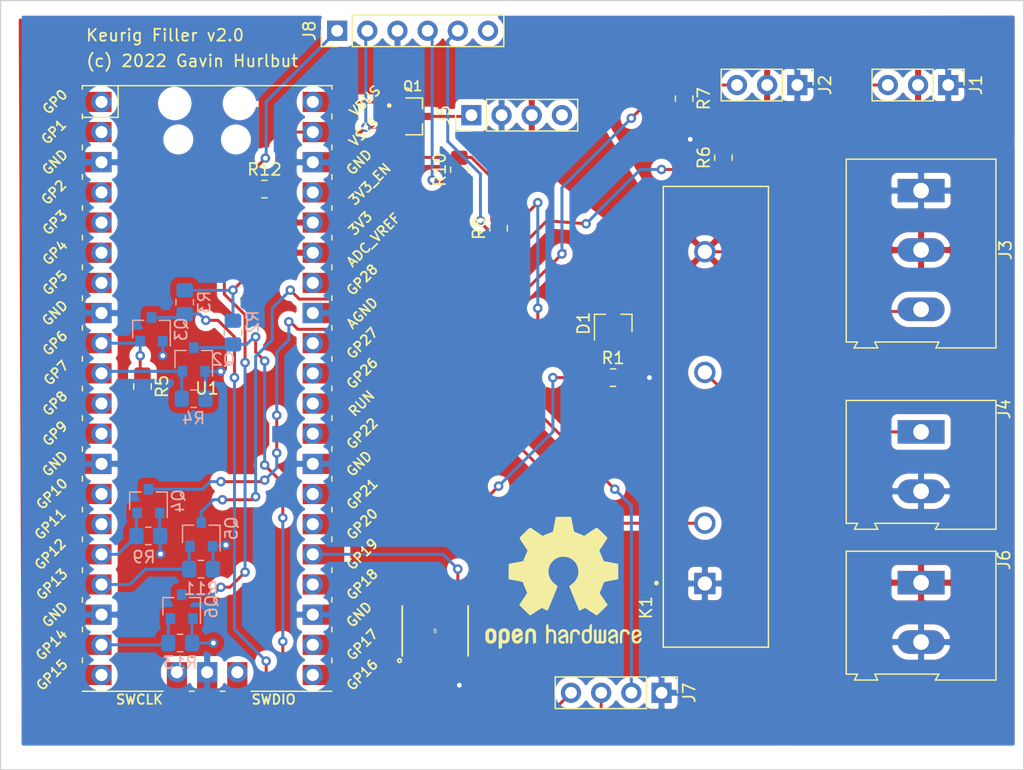
<source format=kicad_pcb>
(kicad_pcb (version 20171130) (host pcbnew "(5.1.9)-1")
  (layers (0 F.Cu signal) (31 B.Cu signal) (34 B.Paste user) (35 F.Paste user) (36 B.SilkS user) (37 F.SilkS user) (38 B.Mask user) (39 F.Mask user) (44 Edge.Cuts user))
  (net 0 "")
  (net 1 "Net-(D1-Pad1)")
  (net 2 FLOW_PULSE)
  (net 3 ADC1)
  (net 4 +3V3)
  (net 5 GND)
  (net 6 ADC0)
  (net 7 +12V)
  (net 8 "Net-(J5-Pad1)")
  (net 9 "Net-(J4-Pad1)")
  (net 10 PUMP_EN)
  (net 11 +5V)
  (net 12 VBUS)
  (net 13 "Net-(U1-Pad43)")
  (net 14 "Net-(U1-Pad41)")
  (net 15 MISO0)
  (net 16 SPI_CS0)
  (net 17 SCK0)
  (net 18 ~RESET)
  (net 19 "Net-(U1-Pad37)")
  (net 20 "Net-(U1-Pad20)")
  (net 21 "Net-(U1-Pad15)")
  (net 22 "Net-(U1-Pad14)")
  (net 23 "Net-(U1-Pad12)")
  (net 24 "Net-(U1-Pad11)")
  (net 25 SCL0)
  (net 26 SDA0)
  (net 27 "Net-(U1-Pad7)")
  (net 28 "Net-(U1-Pad6)")
  (net 29 "Net-(U1-Pad5)")
  (net 30 "Net-(U1-Pad4)")
  (net 31 UART_RX0)
  (net 32 UART_TX0)
  (net 33 SDA_5V)
  (net 34 SCL_5V)
  (net 35 MOSI0)
  (net 36 HC05_RX)
  (net 37 HC05_TX)
  (net 38 ~HC05_KEY)
  (net 39 ~UART_KEY)
  (net 40 "Net-(U1-Pad2)")
  (net 41 "Net-(U1-Pad1)")
  (net 42 "Net-(U1-Pad34)")
  (net 43 "Net-(U1-Pad27)")
  (module Symbol:OSHW-Logo2_14.6x12mm_SilkScreen (layer F.Cu) (at 69.469 70.866)
    (fp_text reference REF** hide)
    (fp_text value OSHW-Logo2_14.6x12mm_SilkScreen hide)
  )
  (module Resistor_SMD:R_0805_2012Metric_Pad1.20x1.40mm_HandSolder (layer B.Cu) (at 37.211 75.946)
    (fp_text reference R13 (at 0 1.65) (layer B.SilkS) (effects (justify mirror)))
    (fp_text value 4k7)
    (pad 2 smd roundrect (at 1 0) (size 1.2 1.4) (layers B.Cu B.Paste B.Mask) (roundrect_rratio 0.208333) (net 4 +3V3))
    (pad 1 smd roundrect (at -1 0) (size 1.2 1.4) (layers B.Cu B.Paste B.Mask) (roundrect_rratio 0.208333) (net 39 ~UART_KEY))
  )
  (module Resistor_SMD:R_0805_2012Metric_Pad1.20x1.40mm_HandSolder (layer F.Cu) (at 44.307 37.719)
    (fp_text reference R12 (at 0 -1.65) (layer F.SilkS))
    (fp_text value 4k7)
    (pad 2 smd roundrect (at 1 0) (size 1.2 1.4) (layers F.Cu F.Paste F.Mask) (roundrect_rratio 0.208333) (net 11 +5V))
    (pad 1 smd roundrect (at -1 0) (size 1.2 1.4) (layers F.Cu F.Paste F.Mask) (roundrect_rratio 0.208333) (net 38 ~HC05_KEY))
  )
  (module Resistor_SMD:R_0805_2012Metric_Pad1.20x1.40mm_HandSolder (layer B.Cu) (at 38.973 69.723)
    (fp_text reference R11 (at 0 1.65) (layer B.SilkS) (effects (justify mirror)))
    (fp_text value 4k7)
    (pad 2 smd roundrect (at 1 0) (size 1.2 1.4) (layers B.Cu B.Paste B.Mask) (roundrect_rratio 0.208333) (net 4 +3V3))
    (pad 1 smd roundrect (at -1 0) (size 1.2 1.4) (layers B.Cu B.Paste B.Mask) (roundrect_rratio 0.208333) (net 31 UART_RX0))
  )
  (module Resistor_SMD:R_0805_2012Metric_Pad1.20x1.40mm_HandSolder (layer F.Cu) (at 60.706 36.084 90)
    (fp_text reference R10 (at 0 -1.65 90) (layer F.SilkS))
    (fp_text value 4k7)
    (pad 2 smd roundrect (at 1 0 90) (size 1.2 1.4) (layers F.Cu F.Paste F.Mask) (roundrect_rratio 0.208333) (net 11 +5V))
    (pad 1 smd roundrect (at -1 0 90) (size 1.2 1.4) (layers F.Cu F.Paste F.Mask) (roundrect_rratio 0.208333) (net 37 HC05_TX))
  )
  (module Resistor_SMD:R_0805_2012Metric_Pad1.20x1.40mm_HandSolder (layer B.Cu) (at 34.528 66.929)
    (fp_text reference R9 (at -0.365 1.778) (layer B.SilkS) (effects (justify mirror)))
    (fp_text value 4k7)
    (pad 2 smd roundrect (at 1 0) (size 1.2 1.4) (layers B.Cu B.Paste B.Mask) (roundrect_rratio 0.208333) (net 4 +3V3))
    (pad 1 smd roundrect (at -1 0) (size 1.2 1.4) (layers B.Cu B.Paste B.Mask) (roundrect_rratio 0.208333) (net 32 UART_TX0))
  )
  (module Resistor_SMD:R_0805_2012Metric_Pad1.20x1.40mm_HandSolder (layer F.Cu) (at 64.008 41.021 90)
    (fp_text reference R8 (at 0 -1.65 90) (layer F.SilkS))
    (fp_text value 4k7)
    (pad 2 smd roundrect (at 1 0 90) (size 1.2 1.4) (layers F.Cu F.Paste F.Mask) (roundrect_rratio 0.208333) (net 11 +5V))
    (pad 1 smd roundrect (at -1 0 90) (size 1.2 1.4) (layers F.Cu F.Paste F.Mask) (roundrect_rratio 0.208333) (net 36 HC05_RX))
  )
  (module Package_TO_SOT_SMD:SOT-23 (layer B.Cu) (at 37.338 72.882 90)
    (fp_text reference Q6 (at 0 2.5 90) (layer B.SilkS) (effects (justify mirror)))
    (fp_text value 2N7002)
    (pad 3 smd rect (at 1 0 90) (size 0.9 0.8) (layers B.Cu B.Paste B.Mask) (net 38 ~HC05_KEY))
    (pad 2 smd rect (at -1 -0.95 90) (size 0.9 0.8) (layers B.Cu B.Paste B.Mask) (net 39 ~UART_KEY))
    (pad 1 smd rect (at -1 0.95 90) (size 0.9 0.8) (layers B.Cu B.Paste B.Mask) (net 4 +3V3))
  )
  (module Package_TO_SOT_SMD:SOT-23 (layer B.Cu) (at 38.989 66.786 90)
    (fp_text reference Q5 (at 0.492 2.54 90) (layer B.SilkS) (effects (justify mirror)))
    (fp_text value 2N7002)
    (pad 3 smd rect (at 1 0 90) (size 0.9 0.8) (layers B.Cu B.Paste B.Mask) (net 37 HC05_TX))
    (pad 2 smd rect (at -1 -0.95 90) (size 0.9 0.8) (layers B.Cu B.Paste B.Mask) (net 31 UART_RX0))
    (pad 1 smd rect (at -1 0.95 90) (size 0.9 0.8) (layers B.Cu B.Paste B.Mask) (net 4 +3V3))
  )
  (module Package_TO_SOT_SMD:SOT-23 (layer B.Cu) (at 34.544 63.992 90)
    (fp_text reference Q4 (at 0 2.5 90) (layer B.SilkS) (effects (justify mirror)))
    (fp_text value 2N7002)
    (pad 3 smd rect (at 1 0 90) (size 0.9 0.8) (layers B.Cu B.Paste B.Mask) (net 36 HC05_RX))
    (pad 2 smd rect (at -1 -0.95 90) (size 0.9 0.8) (layers B.Cu B.Paste B.Mask) (net 32 UART_TX0))
    (pad 1 smd rect (at -1 0.95 90) (size 0.9 0.8) (layers B.Cu B.Paste B.Mask) (net 4 +3V3))
  )
  (module Connector_PinHeader_2.54mm:PinHeader_1x06_P2.54mm_Vertical (layer F.Cu) (at 50.419 24.384 90)
    (fp_text reference J8 (at 0 -2.33 90) (layer F.SilkS))
    (fp_text value "To HC-05 Module")
    (pad 6 thru_hole oval (at 0 12.7 90) (size 1.7 1.7) (drill 1) (layers *.Cu *.Mask))
    (pad 5 thru_hole oval (at 0 10.16 90) (size 1.7 1.7) (drill 1) (layers *.Cu *.Mask) (net 36 HC05_RX))
    (pad 4 thru_hole oval (at 0 7.62 90) (size 1.7 1.7) (drill 1) (layers *.Cu *.Mask) (net 37 HC05_TX))
    (pad 3 thru_hole oval (at 0 5.08 90) (size 1.7 1.7) (drill 1) (layers *.Cu *.Mask) (net 5 GND))
    (pad 2 thru_hole oval (at 0 2.54 90) (size 1.7 1.7) (drill 1) (layers *.Cu *.Mask) (net 11 +5V))
    (pad 1 thru_hole rect (at 0 0 90) (size 1.7 1.7) (drill 1) (layers *.Cu *.Mask) (net 38 ~HC05_KEY))
  )
  (module "SnapEDA Library:SOIC127P600X155-8_R159_68_374R15" (layer F.Cu) (at 58.674 74.93 90)
    (fp_text reference U2 (at 0 0 90) (layer F.SilkS) (effects (font (size 0.2 0.2))))
    (fp_text value MB85RS64V)
    (pad 8 smd roundrect (at 2.665 -1.905 90) (size 1.59 0.68) (layers F.Cu F.Paste) (roundrect_rratio 0.17) (net 4 +3V3))
    (pad 7 smd roundrect (at 2.665 -0.635 90) (size 1.59 0.68) (layers F.Cu F.Paste) (roundrect_rratio 0.17) (net 4 +3V3))
    (pad 6 smd roundrect (at 2.665 0.635 90) (size 1.59 0.68) (layers F.Cu F.Paste) (roundrect_rratio 0.17) (net 17 SCK0))
    (pad 5 smd roundrect (at 2.665 1.905 90) (size 1.59 0.68) (layers F.Cu F.Paste) (roundrect_rratio 0.17) (net 35 MOSI0))
    (pad 4 smd roundrect (at -2.665 1.905 90) (size 1.59 0.68) (layers F.Cu F.Paste) (roundrect_rratio 0.17) (net 5 GND))
    (pad 3 smd roundrect (at -2.665 0.635 90) (size 1.59 0.68) (layers F.Cu F.Paste) (roundrect_rratio 0.17) (net 4 +3V3))
    (pad 2 smd roundrect (at -2.665 -0.635 90) (size 1.59 0.68) (layers F.Cu F.Paste) (roundrect_rratio 0.17) (net 15 MISO0))
    (pad 1 smd roundrect (at -2.665 -1.905 90) (size 1.59 0.68) (layers F.Cu F.Paste) (roundrect_rratio 0.17) (net 16 SPI_CS0))
  )
  (module Resistor_SMD:R_0805_2012Metric_Pad1.20x1.40mm_HandSolder (layer F.Cu) (at 79.629 30.099 270)
    (fp_text reference R7 (at 0 -1.65 90) (layer F.SilkS))
    (fp_text value 1k)
    (pad 2 smd roundrect (at 1 0 270) (size 1.2 1.4) (layers F.Cu F.Paste F.Mask) (roundrect_rratio 0.208333) (net 5 GND))
    (pad 1 smd roundrect (at -1 0 270) (size 1.2 1.4) (layers F.Cu F.Paste F.Mask) (roundrect_rratio 0.208333) (net 6 ADC0))
  )
  (module Resistor_SMD:R_0805_2012Metric_Pad1.20x1.40mm_HandSolder (layer F.Cu) (at 82.931 35.068 90)
    (fp_text reference R6 (at 0 -1.65 90) (layer F.SilkS))
    (fp_text value 1k)
    (pad 2 smd roundrect (at 1 0 90) (size 1.2 1.4) (layers F.Cu F.Paste F.Mask) (roundrect_rratio 0.208333) (net 5 GND))
    (pad 1 smd roundrect (at -1 0 90) (size 1.2 1.4) (layers F.Cu F.Paste F.Mask) (roundrect_rratio 0.208333) (net 3 ADC1))
  )
  (module Resistor_SMD:R_0805_2012Metric_Pad1.20x1.40mm_HandSolder (layer F.Cu) (at 34.036 54.34 270)
    (fp_text reference R5 (at 0 -1.65 90) (layer F.SilkS))
    (fp_text value 4k7)
    (pad 2 smd roundrect (at 1 0 270) (size 1.2 1.4) (layers F.Cu F.Paste F.Mask) (roundrect_rratio 0.208333) (net 4 +3V3))
    (pad 1 smd roundrect (at -1 0 270) (size 1.2 1.4) (layers F.Cu F.Paste F.Mask) (roundrect_rratio 0.208333) (net 26 SDA0))
  )
  (module Resistor_SMD:R_0805_2012Metric_Pad1.20x1.40mm_HandSolder (layer B.Cu) (at 38.338 55.372)
    (fp_text reference R4 (at 0 1.65) (layer B.SilkS) (effects (justify mirror)))
    (fp_text value 4k7)
    (pad 2 smd roundrect (at 1 0) (size 1.2 1.4) (layers B.Cu B.Paste B.Mask) (roundrect_rratio 0.208333) (net 4 +3V3))
    (pad 1 smd roundrect (at -1 0) (size 1.2 1.4) (layers B.Cu B.Paste B.Mask) (roundrect_rratio 0.208333) (net 25 SCL0))
  )
  (module Resistor_SMD:R_0805_2012Metric_Pad1.20x1.40mm_HandSolder (layer B.Cu) (at 37.592 47.244 90)
    (fp_text reference R3 (at 0 1.65 90) (layer B.SilkS) (effects (justify mirror)))
    (fp_text value 4k7)
    (pad 2 smd roundrect (at 1 0 90) (size 1.2 1.4) (layers B.Cu B.Paste B.Mask) (roundrect_rratio 0.208333) (net 11 +5V))
    (pad 1 smd roundrect (at -1 0 90) (size 1.2 1.4) (layers B.Cu B.Paste B.Mask) (roundrect_rratio 0.208333) (net 33 SDA_5V))
  )
  (module Resistor_SMD:R_0805_2012Metric_Pad1.20x1.40mm_HandSolder (layer B.Cu) (at 41.656 49.8 90)
    (fp_text reference R2 (at 0.905 1.65 90) (layer B.SilkS) (effects (justify mirror)))
    (fp_text value 4k7)
    (pad 2 smd roundrect (at 1 0 90) (size 1.2 1.4) (layers B.Cu B.Paste B.Mask) (roundrect_rratio 0.208333) (net 11 +5V))
    (pad 1 smd roundrect (at -1 0 90) (size 1.2 1.4) (layers B.Cu B.Paste B.Mask) (roundrect_rratio 0.208333) (net 34 SCL_5V))
  )
  (module Package_TO_SOT_SMD:SOT-23 (layer B.Cu) (at 34.798 49.53 90)
    (fp_text reference Q3 (at 0 2.5 90) (layer B.SilkS) (effects (justify mirror)))
    (fp_text value 2N7002)
    (pad 3 smd rect (at 1 0 90) (size 0.9 0.8) (layers B.Cu B.Paste B.Mask) (net 33 SDA_5V))
    (pad 2 smd rect (at -1 -0.95 90) (size 0.9 0.8) (layers B.Cu B.Paste B.Mask) (net 26 SDA0))
    (pad 1 smd rect (at -1 0.95 90) (size 0.9 0.8) (layers B.Cu B.Paste B.Mask) (net 4 +3V3))
  )
  (module Package_TO_SOT_SMD:SOT-23 (layer B.Cu) (at 38.354 52.07 90)
    (fp_text reference Q2 (at 0 2.5 180) (layer B.SilkS) (effects (justify mirror)))
    (fp_text value 2N7002)
    (pad 3 smd rect (at 1 0 90) (size 0.9 0.8) (layers B.Cu B.Paste B.Mask) (net 34 SCL_5V))
    (pad 2 smd rect (at -1 -0.95 90) (size 0.9 0.8) (layers B.Cu B.Paste B.Mask) (net 25 SCL0))
    (pad 1 smd rect (at -1 0.95 90) (size 0.9 0.8) (layers B.Cu B.Paste B.Mask) (net 4 +3V3))
  )
  (module Connector_PinHeader_2.54mm:PinHeader_1x04_P2.54mm_Vertical (layer F.Cu) (at 77.724 80.137 270)
    (fp_text reference J7 (at 0 -2.33 90) (layer F.SilkS))
    (fp_text value "To LCD Module")
    (pad 4 thru_hole oval (at 0 7.62 270) (size 1.7 1.7) (drill 1) (layers *.Cu *.Mask) (net 34 SCL_5V))
    (pad 3 thru_hole oval (at 0 5.08 270) (size 1.7 1.7) (drill 1) (layers *.Cu *.Mask) (net 33 SDA_5V))
    (pad 2 thru_hole oval (at 0 2.54 270) (size 1.7 1.7) (drill 1) (layers *.Cu *.Mask) (net 11 +5V))
    (pad 1 thru_hole rect (at 0 0 270) (size 1.7 1.7) (drill 1) (layers *.Cu *.Mask) (net 5 GND))
  )
  (module github-RP-Pico:RPi_Pico_SMD_TH (layer F.Cu) (at 39.48 54.508001)
    (fp_text reference U1 (at 0 0) (layer F.SilkS))
    (fp_text value Pico)
    (fp_text user SWDIO (at 5.6 26.2) (layer F.SilkS) (effects (font (size 0.8 0.8))))
    (fp_text user SWCLK (at -5.7 26.2) (layer F.SilkS) (effects (font (size 0.8 0.8))))
    (fp_text user AGND (at 13.054 -6.35 45) (layer F.SilkS) (effects (font (size 0.8 0.8))))
    (fp_text user GND (at 12.8 -19.05 45) (layer F.SilkS) (effects (font (size 0.8 0.8))))
    (fp_text user GND (at 12.8 6.35 45) (layer F.SilkS) (effects (font (size 0.8 0.8))))
    (fp_text user GND (at 12.8 19.05 45) (layer F.SilkS) (effects (font (size 0.8 0.8))))
    (fp_text user GND (at -12.8 19.05 45) (layer F.SilkS) (effects (font (size 0.8 0.8))))
    (fp_text user GND (at -12.8 6.35 45) (layer F.SilkS) (effects (font (size 0.8 0.8))))
    (fp_text user GND (at -12.8 -6.35 45) (layer F.SilkS) (effects (font (size 0.8 0.8))))
    (fp_text user GND (at -12.8 -19.05 45) (layer F.SilkS) (effects (font (size 0.8 0.8))))
    (fp_text user VBUS (at 13.3 -24.2 45) (layer F.SilkS) (effects (font (size 0.8 0.8))))
    (fp_text user VSYS (at 13.2 -21.59 45) (layer F.SilkS) (effects (font (size 0.8 0.8))))
    (fp_text user 3V3_EN (at 13.7 -17.2 45) (layer F.SilkS) (effects (font (size 0.8 0.8))))
    (fp_text user 3V3 (at 12.9 -13.9 45) (layer F.SilkS) (effects (font (size 0.8 0.8))))
    (fp_text user ADC_VREF (at 14 -12.5 45) (layer F.SilkS) (effects (font (size 0.8 0.8))))
    (fp_text user GP28 (at 13.054 -9.144 45) (layer F.SilkS) (effects (font (size 0.8 0.8))))
    (fp_text user GP27 (at 13.054 -3.8 45) (layer F.SilkS) (effects (font (size 0.8 0.8))))
    (fp_text user GP26 (at 13.054 -1.27 45) (layer F.SilkS) (effects (font (size 0.8 0.8))))
    (fp_text user RUN (at 13 1.27 45) (layer F.SilkS) (effects (font (size 0.8 0.8))))
    (fp_text user GP22 (at 13.054 3.81 45) (layer F.SilkS) (effects (font (size 0.8 0.8))))
    (fp_text user GP21 (at 13.054 8.9 45) (layer F.SilkS) (effects (font (size 0.8 0.8))))
    (fp_text user GP20 (at 13.054 11.43 45) (layer F.SilkS) (effects (font (size 0.8 0.8))))
    (fp_text user GP19 (at 13.054 13.97 45) (layer F.SilkS) (effects (font (size 0.8 0.8))))
    (fp_text user GP18 (at 13.054 16.51 45) (layer F.SilkS) (effects (font (size 0.8 0.8))))
    (fp_text user GP17 (at 13.054 21.59 45) (layer F.SilkS) (effects (font (size 0.8 0.8))))
    (fp_text user GP16 (at 13.054 24.13 45) (layer F.SilkS) (effects (font (size 0.8 0.8))))
    (fp_text user GP15 (at -13.054 24.13 45) (layer F.SilkS) (effects (font (size 0.8 0.8))))
    (fp_text user GP14 (at -13.1 21.59 45) (layer F.SilkS) (effects (font (size 0.8 0.8))))
    (fp_text user GP13 (at -13.054 16.51 45) (layer F.SilkS) (effects (font (size 0.8 0.8))))
    (fp_text user GP12 (at -13.2 13.97 45) (layer F.SilkS) (effects (font (size 0.8 0.8))))
    (fp_text user GP11 (at -13.2 11.43 45) (layer F.SilkS) (effects (font (size 0.8 0.8))))
    (fp_text user GP10 (at -13.054 8.89 45) (layer F.SilkS) (effects (font (size 0.8 0.8))))
    (fp_text user GP9 (at -12.8 3.81 45) (layer F.SilkS) (effects (font (size 0.8 0.8))))
    (fp_text user GP8 (at -12.8 1.27 45) (layer F.SilkS) (effects (font (size 0.8 0.8))))
    (fp_text user GP7 (at -12.7 -1.3 45) (layer F.SilkS) (effects (font (size 0.8 0.8))))
    (fp_text user GP6 (at -12.8 -3.81 45) (layer F.SilkS) (effects (font (size 0.8 0.8))))
    (fp_text user GP5 (at -12.8 -8.89 45) (layer F.SilkS) (effects (font (size 0.8 0.8))))
    (fp_text user GP4 (at -12.8 -11.43 45) (layer F.SilkS) (effects (font (size 0.8 0.8))))
    (fp_text user GP3 (at -12.8 -13.97 45) (layer F.SilkS) (effects (font (size 0.8 0.8))))
    (fp_text user GP0 (at -12.8 -24.13 45) (layer F.SilkS) (effects (font (size 0.8 0.8))))
    (fp_text user GP2 (at -12.9 -16.51 45) (layer F.SilkS) (effects (font (size 0.8 0.8))))
    (fp_text user GP1 (at -12.9 -21.6 45) (layer F.SilkS) (effects (font (size 0.8 0.8))))
    (pad 43 thru_hole oval (at 2.54 23.9) (size 1.7 1.7) (drill 1.02) (layers *.Cu *.Mask) (net 13 "Net-(U1-Pad43)"))
    (pad 43 smd rect (at 2.54 23.9 90) (size 3.5 1.7) (drill (offset -0.9 0)) (layers F.Cu F.Mask) (net 13 "Net-(U1-Pad43)"))
    (pad 42 thru_hole rect (at 0 23.9) (size 1.7 1.7) (drill 1.02) (layers *.Cu *.Mask) (net 5 GND))
    (pad 42 smd rect (at 0 23.9 90) (size 3.5 1.7) (drill (offset -0.9 0)) (layers F.Cu F.Mask) (net 5 GND))
    (pad 41 thru_hole oval (at -2.54 23.9) (size 1.7 1.7) (drill 1.02) (layers *.Cu *.Mask) (net 14 "Net-(U1-Pad41)"))
    (pad 41 smd rect (at -2.54 23.9 90) (size 3.5 1.7) (drill (offset -0.9 0)) (layers F.Cu F.Mask) (net 14 "Net-(U1-Pad41)"))
    (pad "" np_thru_hole oval (at 2.425 -20.97) (size 1.5 1.5) (drill 1.5) (layers *.Cu *.Mask))
    (pad "" np_thru_hole oval (at -2.425 -20.97) (size 1.5 1.5) (drill 1.5) (layers *.Cu *.Mask))
    (pad "" np_thru_hole oval (at 2.725 -24) (size 1.8 1.8) (drill 1.8) (layers *.Cu *.Mask))
    (pad "" np_thru_hole oval (at -2.725 -24) (size 1.8 1.8) (drill 1.8) (layers *.Cu *.Mask))
    (pad 21 smd rect (at 8.89 24.13) (size 3.5 1.7) (drill (offset 0.9 0)) (layers F.Cu F.Mask) (net 15 MISO0))
    (pad 22 smd rect (at 8.89 21.59) (size 3.5 1.7) (drill (offset 0.9 0)) (layers F.Cu F.Mask) (net 16 SPI_CS0))
    (pad 23 smd rect (at 8.89 19.05) (size 3.5 1.7) (drill (offset 0.9 0)) (layers F.Cu F.Mask) (net 5 GND))
    (pad 24 smd rect (at 8.89 16.51) (size 3.5 1.7) (drill (offset 0.9 0)) (layers F.Cu F.Mask) (net 17 SCK0))
    (pad 25 smd rect (at 8.89 13.97) (size 3.5 1.7) (drill (offset 0.9 0)) (layers F.Cu F.Mask) (net 35 MOSI0))
    (pad 26 smd rect (at 8.89 11.43) (size 3.5 1.7) (drill (offset 0.9 0)) (layers F.Cu F.Mask) (net 2 FLOW_PULSE))
    (pad 27 smd rect (at 8.89 8.89) (size 3.5 1.7) (drill (offset 0.9 0)) (layers F.Cu F.Mask) (net 43 "Net-(U1-Pad27)"))
    (pad 28 smd rect (at 8.89 6.35) (size 3.5 1.7) (drill (offset 0.9 0)) (layers F.Cu F.Mask) (net 5 GND))
    (pad 29 smd rect (at 8.89 3.81) (size 3.5 1.7) (drill (offset 0.9 0)) (layers F.Cu F.Mask) (net 10 PUMP_EN))
    (pad 30 smd rect (at 8.89 1.27) (size 3.5 1.7) (drill (offset 0.9 0)) (layers F.Cu F.Mask) (net 18 ~RESET))
    (pad 31 smd rect (at 8.89 -1.27) (size 3.5 1.7) (drill (offset 0.9 0)) (layers F.Cu F.Mask) (net 6 ADC0))
    (pad 32 smd rect (at 8.89 -3.81) (size 3.5 1.7) (drill (offset 0.9 0)) (layers F.Cu F.Mask) (net 3 ADC1))
    (pad 33 smd rect (at 8.89 -6.35) (size 3.5 1.7) (drill (offset 0.9 0)) (layers F.Cu F.Mask) (net 5 GND))
    (pad 34 smd rect (at 8.89 -8.89) (size 3.5 1.7) (drill (offset 0.9 0)) (layers F.Cu F.Mask) (net 42 "Net-(U1-Pad34)"))
    (pad 35 smd rect (at 8.89 -11.43) (size 3.5 1.7) (drill (offset 0.9 0)) (layers F.Cu F.Mask) (net 4 +3V3))
    (pad 36 smd rect (at 8.89 -13.97) (size 3.5 1.7) (drill (offset 0.9 0)) (layers F.Cu F.Mask) (net 4 +3V3))
    (pad 37 smd rect (at 8.89 -16.51) (size 3.5 1.7) (drill (offset 0.9 0)) (layers F.Cu F.Mask) (net 19 "Net-(U1-Pad37)"))
    (pad 38 smd rect (at 8.89 -19.05) (size 3.5 1.7) (drill (offset 0.9 0)) (layers F.Cu F.Mask) (net 5 GND))
    (pad 39 smd rect (at 8.89 -21.59) (size 3.5 1.7) (drill (offset 0.9 0)) (layers F.Cu F.Mask) (net 11 +5V))
    (pad 40 smd rect (at 8.89 -24.13) (size 3.5 1.7) (drill (offset 0.9 0)) (layers F.Cu F.Mask) (net 12 VBUS))
    (pad 20 smd rect (at -8.89 24.13) (size 3.5 1.7) (drill (offset -0.9 0)) (layers F.Cu F.Mask) (net 20 "Net-(U1-Pad20)"))
    (pad 19 smd rect (at -8.89 21.59) (size 3.5 1.7) (drill (offset -0.9 0)) (layers F.Cu F.Mask) (net 39 ~UART_KEY))
    (pad 18 smd rect (at -8.89 19.05) (size 3.5 1.7) (drill (offset -0.9 0)) (layers F.Cu F.Mask) (net 5 GND))
    (pad 17 smd rect (at -8.89 16.51) (size 3.5 1.7) (drill (offset -0.9 0)) (layers F.Cu F.Mask) (net 31 UART_RX0))
    (pad 16 smd rect (at -8.89 13.97) (size 3.5 1.7) (drill (offset -0.9 0)) (layers F.Cu F.Mask) (net 32 UART_TX0))
    (pad 15 smd rect (at -8.89 11.43) (size 3.5 1.7) (drill (offset -0.9 0)) (layers F.Cu F.Mask) (net 21 "Net-(U1-Pad15)"))
    (pad 14 smd rect (at -8.89 8.89) (size 3.5 1.7) (drill (offset -0.9 0)) (layers F.Cu F.Mask) (net 22 "Net-(U1-Pad14)"))
    (pad 13 smd rect (at -8.89 6.35) (size 3.5 1.7) (drill (offset -0.9 0)) (layers F.Cu F.Mask) (net 5 GND))
    (pad 12 smd rect (at -8.89 3.81) (size 3.5 1.7) (drill (offset -0.9 0)) (layers F.Cu F.Mask) (net 23 "Net-(U1-Pad12)"))
    (pad 11 smd rect (at -8.89 1.27) (size 3.5 1.7) (drill (offset -0.9 0)) (layers F.Cu F.Mask) (net 24 "Net-(U1-Pad11)"))
    (pad 10 smd rect (at -8.89 -1.27) (size 3.5 1.7) (drill (offset -0.9 0)) (layers F.Cu F.Mask) (net 25 SCL0))
    (pad 9 smd rect (at -8.89 -3.81) (size 3.5 1.7) (drill (offset -0.9 0)) (layers F.Cu F.Mask) (net 26 SDA0))
    (pad 8 smd rect (at -8.89 -6.35) (size 3.5 1.7) (drill (offset -0.9 0)) (layers F.Cu F.Mask) (net 5 GND))
    (pad 7 smd rect (at -8.89 -8.89) (size 3.5 1.7) (drill (offset -0.9 0)) (layers F.Cu F.Mask) (net 27 "Net-(U1-Pad7)"))
    (pad 6 smd rect (at -8.89 -11.43) (size 3.5 1.7) (drill (offset -0.9 0)) (layers F.Cu F.Mask) (net 28 "Net-(U1-Pad6)"))
    (pad 5 smd rect (at -8.89 -13.97) (size 3.5 1.7) (drill (offset -0.9 0)) (layers F.Cu F.Mask) (net 29 "Net-(U1-Pad5)"))
    (pad 4 smd rect (at -8.89 -16.51) (size 3.5 1.7) (drill (offset -0.9 0)) (layers F.Cu F.Mask) (net 30 "Net-(U1-Pad4)"))
    (pad 3 smd rect (at -8.89 -19.05) (size 3.5 1.7) (drill (offset -0.9 0)) (layers F.Cu F.Mask) (net 5 GND))
    (pad 2 smd rect (at -8.89 -21.59) (size 3.5 1.7) (drill (offset -0.9 0)) (layers F.Cu F.Mask) (net 40 "Net-(U1-Pad2)"))
    (pad 1 smd rect (at -8.89 -24.13) (size 3.5 1.7) (drill (offset -0.9 0)) (layers F.Cu F.Mask) (net 41 "Net-(U1-Pad1)"))
    (pad 40 thru_hole oval (at 8.89 -24.13) (size 1.7 1.7) (drill 1.02) (layers *.Cu *.Mask) (net 12 VBUS))
    (pad 39 thru_hole oval (at 8.89 -21.59) (size 1.7 1.7) (drill 1.02) (layers *.Cu *.Mask) (net 11 +5V))
    (pad 38 thru_hole rect (at 8.89 -19.05) (size 1.7 1.7) (drill 1.02) (layers *.Cu *.Mask) (net 5 GND))
    (pad 37 thru_hole oval (at 8.89 -16.51) (size 1.7 1.7) (drill 1.02) (layers *.Cu *.Mask) (net 19 "Net-(U1-Pad37)"))
    (pad 36 thru_hole oval (at 8.89 -13.97) (size 1.7 1.7) (drill 1.02) (layers *.Cu *.Mask) (net 4 +3V3))
    (pad 35 thru_hole oval (at 8.89 -11.43) (size 1.7 1.7) (drill 1.02) (layers *.Cu *.Mask) (net 4 +3V3))
    (pad 34 thru_hole oval (at 8.89 -8.89) (size 1.7 1.7) (drill 1.02) (layers *.Cu *.Mask) (net 42 "Net-(U1-Pad34)"))
    (pad 33 thru_hole rect (at 8.89 -6.35) (size 1.7 1.7) (drill 1.02) (layers *.Cu *.Mask) (net 5 GND))
    (pad 32 thru_hole oval (at 8.89 -3.81) (size 1.7 1.7) (drill 1.02) (layers *.Cu *.Mask) (net 3 ADC1))
    (pad 31 thru_hole oval (at 8.89 -1.27) (size 1.7 1.7) (drill 1.02) (layers *.Cu *.Mask) (net 6 ADC0))
    (pad 30 thru_hole oval (at 8.89 1.27) (size 1.7 1.7) (drill 1.02) (layers *.Cu *.Mask) (net 18 ~RESET))
    (pad 29 thru_hole oval (at 8.89 3.81) (size 1.7 1.7) (drill 1.02) (layers *.Cu *.Mask) (net 10 PUMP_EN))
    (pad 28 thru_hole rect (at 8.89 6.35) (size 1.7 1.7) (drill 1.02) (layers *.Cu *.Mask) (net 5 GND))
    (pad 27 thru_hole oval (at 8.89 8.89) (size 1.7 1.7) (drill 1.02) (layers *.Cu *.Mask) (net 43 "Net-(U1-Pad27)"))
    (pad 26 thru_hole oval (at 8.89 11.43) (size 1.7 1.7) (drill 1.02) (layers *.Cu *.Mask) (net 2 FLOW_PULSE))
    (pad 25 thru_hole oval (at 8.89 13.97) (size 1.7 1.7) (drill 1.02) (layers *.Cu *.Mask) (net 35 MOSI0))
    (pad 24 thru_hole oval (at 8.89 16.51) (size 1.7 1.7) (drill 1.02) (layers *.Cu *.Mask) (net 17 SCK0))
    (pad 23 thru_hole rect (at 8.89 19.05) (size 1.7 1.7) (drill 1.02) (layers *.Cu *.Mask) (net 5 GND))
    (pad 22 thru_hole oval (at 8.89 21.59) (size 1.7 1.7) (drill 1.02) (layers *.Cu *.Mask) (net 16 SPI_CS0))
    (pad 21 thru_hole oval (at 8.89 24.13) (size 1.7 1.7) (drill 1.02) (layers *.Cu *.Mask) (net 15 MISO0))
    (pad 20 thru_hole oval (at -8.89 24.13) (size 1.7 1.7) (drill 1.02) (layers *.Cu *.Mask) (net 20 "Net-(U1-Pad20)"))
    (pad 19 thru_hole oval (at -8.89 21.59) (size 1.7 1.7) (drill 1.02) (layers *.Cu *.Mask) (net 39 ~UART_KEY))
    (pad 18 thru_hole rect (at -8.89 19.05) (size 1.7 1.7) (drill 1.02) (layers *.Cu *.Mask) (net 5 GND))
    (pad 17 thru_hole oval (at -8.89 16.51) (size 1.7 1.7) (drill 1.02) (layers *.Cu *.Mask) (net 31 UART_RX0))
    (pad 16 thru_hole oval (at -8.89 13.97) (size 1.7 1.7) (drill 1.02) (layers *.Cu *.Mask) (net 32 UART_TX0))
    (pad 15 thru_hole oval (at -8.89 11.43) (size 1.7 1.7) (drill 1.02) (layers *.Cu *.Mask) (net 21 "Net-(U1-Pad15)"))
    (pad 14 thru_hole oval (at -8.89 8.89) (size 1.7 1.7) (drill 1.02) (layers *.Cu *.Mask) (net 22 "Net-(U1-Pad14)"))
    (pad 13 thru_hole rect (at -8.89 6.35) (size 1.7 1.7) (drill 1.02) (layers *.Cu *.Mask) (net 5 GND))
    (pad 12 thru_hole oval (at -8.89 3.81) (size 1.7 1.7) (drill 1.02) (layers *.Cu *.Mask) (net 23 "Net-(U1-Pad12)"))
    (pad 11 thru_hole oval (at -8.89 1.27) (size 1.7 1.7) (drill 1.02) (layers *.Cu *.Mask) (net 24 "Net-(U1-Pad11)"))
    (pad 10 thru_hole oval (at -8.89 -1.27) (size 1.7 1.7) (drill 1.02) (layers *.Cu *.Mask) (net 25 SCL0))
    (pad 9 thru_hole oval (at -8.89 -3.81) (size 1.7 1.7) (drill 1.02) (layers *.Cu *.Mask) (net 26 SDA0))
    (pad 8 thru_hole rect (at -8.89 -6.35) (size 1.7 1.7) (drill 1.02) (layers *.Cu *.Mask) (net 5 GND))
    (pad 7 thru_hole oval (at -8.89 -8.89) (size 1.7 1.7) (drill 1.02) (layers *.Cu *.Mask) (net 27 "Net-(U1-Pad7)"))
    (pad 6 thru_hole oval (at -8.89 -11.43) (size 1.7 1.7) (drill 1.02) (layers *.Cu *.Mask) (net 28 "Net-(U1-Pad6)"))
    (pad 5 thru_hole oval (at -8.89 -13.97) (size 1.7 1.7) (drill 1.02) (layers *.Cu *.Mask) (net 29 "Net-(U1-Pad5)"))
    (pad 4 thru_hole oval (at -8.89 -16.51) (size 1.7 1.7) (drill 1.02) (layers *.Cu *.Mask) (net 30 "Net-(U1-Pad4)"))
    (pad 3 thru_hole rect (at -8.89 -19.05) (size 1.7 1.7) (drill 1.02) (layers *.Cu *.Mask) (net 5 GND))
    (pad 2 thru_hole oval (at -8.89 -21.59) (size 1.7 1.7) (drill 1.02) (layers *.Cu *.Mask) (net 40 "Net-(U1-Pad2)"))
    (pad 1 thru_hole oval (at -8.89 -24.13) (size 1.7 1.7) (drill 1.02) (layers *.Cu *.Mask) (net 41 "Net-(U1-Pad1)"))
  )
  (module TerminalBlock:TerminalBlock_Altech_AK300-2_P5.00mm (layer F.Cu) (at 99.568 70.866 270)
    (fp_text reference J6 (at -1.92 -6.99 90) (layer F.SilkS))
    (fp_text value "To Power Adapter Jack")
    (pad 2 thru_hole oval (at 5 0 270) (size 1.98 3.96) (drill 1.32) (layers *.Cu *.Mask) (net 5 GND))
    (pad 1 thru_hole rect (at 0 0 270) (size 1.98 3.96) (drill 1.32) (layers *.Cu *.Mask) (net 7 +12V))
  )
  (module TerminalBlock:TerminalBlock_Altech_AK300-2_P5.00mm (layer F.Cu) (at 99.568 58.166 270)
    (fp_text reference J4 (at -1.92 -6.99 90) (layer F.SilkS))
    (fp_text value "To Water Pump")
    (pad 2 thru_hole oval (at 5 0 270) (size 1.98 3.96) (drill 1.32) (layers *.Cu *.Mask) (net 5 GND))
    (pad 1 thru_hole rect (at 0 0 270) (size 1.98 3.96) (drill 1.32) (layers *.Cu *.Mask) (net 9 "Net-(J4-Pad1)"))
  )
  (module TerminalBlock:TerminalBlock_Altech_AK300-3_P5.00mm (layer F.Cu) (at 99.568 37.846 270)
    (fp_text reference J3 (at 5 -7.1 90) (layer F.SilkS))
    (fp_text value "To Flow Sensor")
    (pad 3 thru_hole oval (at 10 0 270) (size 1.98 3.96) (drill 1.32) (layers *.Cu *.Mask) (net 1 "Net-(D1-Pad1)"))
    (pad 2 thru_hole oval (at 5 0 270) (size 1.98 3.96) (drill 1.32) (layers *.Cu *.Mask) (net 7 +12V))
    (pad 1 thru_hole rect (at 0 0 270) (size 1.98 3.96) (drill 1.32) (layers *.Cu *.Mask) (net 5 GND))
  )
  (module Resistor_SMD:R_0805_2012Metric_Pad1.20x1.40mm_HandSolder (layer F.Cu) (at 73.644 53.594)
    (fp_text reference R1 (at 0 -1.65) (layer F.SilkS))
    (fp_text value 10k)
    (pad 2 smd roundrect (at 1 0) (size 1.2 1.4) (layers F.Cu F.Paste F.Mask) (roundrect_rratio 0.2083325) (net 5 GND))
    (pad 1 smd roundrect (at -1 0) (size 1.2 1.4) (layers F.Cu F.Paste F.Mask) (roundrect_rratio 0.2083325) (net 2 FLOW_PULSE))
  )
  (module "SnapEDA Library:SOT91P240X110-3N_DMG2305UX-7" (layer F.Cu) (at 56.905 31.597)
    (fp_text reference Q1 (at -0.13 -2.548) (layer F.SilkS) (effects (font (size 0.8 0.8))))
    (fp_text value ‎SSM3J371R,LF‎)
    (pad 3 smd roundrect (at 1.025 0) (size 1.18 0.61) (layers F.Cu F.Paste F.Mask) (roundrect_rratio 0.08) (net 8 "Net-(J5-Pad1)"))
    (pad 2 smd roundrect (at -1.025 0.915) (size 1.18 0.61) (layers F.Cu F.Paste F.Mask) (roundrect_rratio 0.08) (net 11 +5V))
    (pad 1 smd roundrect (at -1.025 -0.915) (size 1.18 0.61) (layers F.Cu F.Paste F.Mask) (roundrect_rratio 0.08) (net 12 VBUS))
  )
  (module "SnapEDA Library:RELAY_KF0602D" (layer F.Cu) (at 82.296 56.896 90)
    (fp_text reference K1 (at -16.075 -5.885 90) (layer F.SilkS))
    (fp_text value KF0602D)
    (pad 4 thru_hole circle (at 13.9 -0.925 90) (size 1.8 1.8) (drill 1.2) (layers *.Cu *.Mask) (net 7 +12V))
    (pad 3 thru_hole circle (at 3.74 -0.925 90) (size 1.8 1.8) (drill 1.2) (layers *.Cu *.Mask) (net 9 "Net-(J4-Pad1)"))
    (pad 2 thru_hole circle (at -8.96 -0.925 90) (size 1.8 1.8) (drill 1.2) (layers *.Cu *.Mask) (net 10 PUMP_EN))
    (pad 1 thru_hole rect (at -14.04 -0.925 90) (size 1.8 1.8) (drill 1.2) (layers *.Cu *.Mask) (net 5 GND))
  )
  (module Connector_PinHeader_2.54mm:PinHeader_1x04_P2.54mm_Vertical (layer F.Cu) (at 61.722 31.496 90)
    (fp_text reference J5 (at 0 -2.33 90) (layer F.SilkS))
    (fp_text value "Voltage Regulator Board")
    (pad 4 thru_hole oval (at 0 7.62 90) (size 1.7 1.7) (drill 1) (layers *.Cu *.Mask))
    (pad 3 thru_hole oval (at 0 5.08 90) (size 1.7 1.7) (drill 1) (layers *.Cu *.Mask) (net 7 +12V))
    (pad 2 thru_hole oval (at 0 2.54 90) (size 1.7 1.7) (drill 1) (layers *.Cu *.Mask) (net 5 GND))
    (pad 1 thru_hole rect (at 0 0 90) (size 1.7 1.7) (drill 1) (layers *.Cu *.Mask) (net 8 "Net-(J5-Pad1)"))
  )
  (module Connector_PinHeader_2.54mm:PinHeader_1x03_P2.54mm_Vertical (layer F.Cu) (at 89.154 28.956 270)
    (fp_text reference J2 (at 0 -2.33 90) (layer F.SilkS))
    (fp_text value "To Level Sensor in Keurig")
    (pad 3 thru_hole oval (at 0 5.08 270) (size 1.7 1.7) (drill 1) (layers *.Cu *.Mask) (net 6 ADC0))
    (pad 2 thru_hole oval (at 0 2.54 270) (size 1.7 1.7) (drill 1) (layers *.Cu *.Mask) (net 4 +3V3))
    (pad 1 thru_hole rect (at 0 0 270) (size 1.7 1.7) (drill 1) (layers *.Cu *.Mask) (net 5 GND))
  )
  (module Connector_PinHeader_2.54mm:PinHeader_1x03_P2.54mm_Vertical (layer F.Cu) (at 101.854 28.956 270)
    (fp_text reference J1 (at 0 -2.33 90) (layer F.SilkS))
    (fp_text value "To Level Sensor in Source")
    (pad 3 thru_hole oval (at 0 5.08 270) (size 1.7 1.7) (drill 1) (layers *.Cu *.Mask) (net 3 ADC1))
    (pad 2 thru_hole oval (at 0 2.54 270) (size 1.7 1.7) (drill 1) (layers *.Cu *.Mask) (net 4 +3V3))
    (pad 1 thru_hole rect (at 0 0 270) (size 1.7 1.7) (drill 1) (layers *.Cu *.Mask) (net 5 GND))
  )
  (module Diode_SMD:D_SOT-23_ANK (layer F.Cu) (at 73.66 49.022 90)
    (fp_text reference D1 (at 0 -2.5 90) (layer F.SilkS))
    (fp_text value BZX84C3V3LT1G)
    (pad 1 smd rect (at 1 0 90) (size 0.9 0.8) (layers F.Cu F.Paste F.Mask) (net 1 "Net-(D1-Pad1)"))
    (pad "" smd rect (at -1 0.95 90) (size 0.9 0.8) (layers F.Cu F.Paste F.Mask))
    (pad 2 smd rect (at -1 -0.95 90) (size 0.9 0.8) (layers F.Cu F.Paste F.Mask) (net 2 FLOW_PULSE))
  )
  (gr_text "(c) 2022 Gavin Hurlbut" (at 38.227 26.924) (layer F.SilkS) (effects (font (size 1 1))))
  (gr_text "Keurig Filler v2.0" (at 35.941 24.765) (layer F.SilkS) (effects (font (size 1 1))))
  (gr_line (start 108.204 21.844) (end 108.204 86.614) (layer Edge.Cuts) (width 0.1))
  (gr_line (start 22.098 21.844) (end 108.204 21.844) (layer Edge.Cuts) (width 0.1))
  (gr_line (start 22.098 86.614) (end 22.098 21.844) (layer Edge.Cuts) (width 0.1))
  (gr_line (start 108.204 86.614) (end 22.098 86.614) (layer Edge.Cuts) (width 0.1))
  (segment (start 99.392 48.022) (end 99.568 47.846) (width 0.25) (layer F.Cu) (net 1))
  (segment (start 73.66 48.022) (end 99.392 48.022) (width 0.25) (layer F.Cu) (net 1))
  (segment (start 72.71 53.528) (end 72.644 53.594) (width 0.25) (layer F.Cu) (net 2))
  (segment (start 72.71 50.022) (end 72.71 53.528) (width 0.25) (layer F.Cu) (net 2))
  (segment (start 72.644 53.594) (end 68.58 53.594) (width 0.25) (layer F.Cu) (net 2))
  (via (at 68.58 53.594) (size 0.8) (drill 0.4) (layers F.Cu B.Cu) (net 2))
  (segment (start 68.58 53.594) (end 68.58 58.166) (width 0.25) (layer B.Cu) (net 2))
  (via (at 64.008 62.738) (size 0.8) (drill 0.4) (layers F.Cu B.Cu) (net 2))
  (segment (start 68.58 58.166) (end 64.008 62.738) (width 0.25) (layer B.Cu) (net 2))
  (segment (start 60.807999 65.938001) (end 48.37 65.938001) (width 0.25) (layer F.Cu) (net 2))
  (segment (start 64.008 62.738) (end 60.807999 65.938001) (width 0.25) (layer F.Cu) (net 2))
  (segment (start 57.759999 50.698001) (end 48.37 50.698001) (width 0.25) (layer F.Cu) (net 3))
  (segment (start 68.072 40.386) (end 57.759999 50.698001) (width 0.25) (layer F.Cu) (net 3))
  (segment (start 71.374 40.64) (end 68.072 40.386) (width 0.25) (layer F.Cu) (net 3))
  (via (at 71.374 40.64) (size 0.8) (drill 0.4) (layers F.Cu B.Cu) (net 3))
  (segment (start 75.946 36.068) (end 71.374 40.64) (width 0.25) (layer B.Cu) (net 3))
  (segment (start 77.724 36.068) (end 75.946 36.068) (width 0.25) (layer B.Cu) (net 3))
  (segment (start 94.488 28.956) (end 96.774 28.956) (width 0.25) (layer F.Cu) (net 3))
  (segment (start 87.376 36.068) (end 94.488 28.956) (width 0.25) (layer F.Cu) (net 3))
  (segment (start 77.724 36.068) (end 87.376 36.068) (width 0.25) (layer F.Cu) (net 3))
  (via (at 77.724 36.068) (size 0.8) (drill 0.4) (layers F.Cu B.Cu) (net 3))
  (segment (start 39.304 53.07) (end 40.624 53.07) (width 0.25) (layer B.Cu) (net 4))
  (via (at 40.624 53.07) (size 0.8) (drill 0.4) (layers F.Cu B.Cu) (net 4))
  (segment (start 35.748 50.53) (end 35.748 51.75) (width 0.25) (layer B.Cu) (net 4))
  (via (at 35.748 51.75) (size 0.8) (drill 0.4) (layers F.Cu B.Cu) (net 4))
  (segment (start 39.338 53.104) (end 39.304 53.07) (width 0.25) (layer B.Cu) (net 4))
  (segment (start 39.338 55.372) (end 39.338 53.104) (width 0.25) (layer B.Cu) (net 4))
  (segment (start 38.211 73.959) (end 38.288 73.882) (width 0.25) (layer B.Cu) (net 4))
  (segment (start 38.211 75.946) (end 38.211 73.959) (width 0.25) (layer B.Cu) (net 4))
  (segment (start 38.211 75.946) (end 40.005 75.946) (width 0.25) (layer B.Cu) (net 4))
  (via (at 40.005 75.946) (size 0.8) (drill 0.4) (layers F.Cu B.Cu) (net 4))
  (segment (start 39.973 67.82) (end 39.939 67.786) (width 0.25) (layer B.Cu) (net 4))
  (segment (start 39.973 69.723) (end 39.973 67.82) (width 0.25) (layer B.Cu) (net 4))
  (segment (start 39.939 67.786) (end 41.053 67.786) (width 0.25) (layer B.Cu) (net 4))
  (via (at 41.058 67.691) (size 0.8) (drill 0.4) (layers F.Cu B.Cu) (net 4))
  (segment (start 41.058 67.781) (end 41.058 67.691) (width 0.25) (layer B.Cu) (net 4))
  (segment (start 41.053 67.786) (end 41.058 67.781) (width 0.25) (layer B.Cu) (net 4))
  (segment (start 35.494 66.895) (end 35.528 66.929) (width 0.25) (layer B.Cu) (net 4))
  (segment (start 35.494 64.992) (end 35.494 66.895) (width 0.25) (layer B.Cu) (net 4))
  (via (at 35.56 68.453) (size 0.8) (drill 0.4) (layers F.Cu B.Cu) (net 4))
  (segment (start 35.528 68.421) (end 35.56 68.453) (width 0.25) (layer B.Cu) (net 4))
  (segment (start 35.528 66.929) (end 35.528 68.421) (width 0.25) (layer B.Cu) (net 4))
  (segment (start 74.644 53.594) (end 76.708 53.594) (width 0.25) (layer F.Cu) (net 5))
  (via (at 76.708 53.594) (size 0.8) (drill 0.4) (layers F.Cu B.Cu) (net 5))
  (via (at 60.706 79.502) (size 0.8) (drill 0.4) (layers F.Cu B.Cu) (net 5))
  (segment (start 60.579 79.375) (end 60.706 79.502) (width 0.25) (layer F.Cu) (net 5))
  (segment (start 60.579 77.595) (end 60.579 79.375) (width 0.25) (layer F.Cu) (net 5))
  (segment (start 82.931 34.068) (end 80.677 34.068) (width 0.25) (layer F.Cu) (net 5))
  (segment (start 79.629 33.02) (end 79.629 31.099) (width 0.25) (layer F.Cu) (net 5))
  (segment (start 80.677 34.068) (end 80.137 33.528) (width 0.25) (layer F.Cu) (net 5))
  (via (at 80.137 33.528) (size 0.8) (drill 0.4) (layers F.Cu B.Cu) (net 5))
  (segment (start 80.137 33.528) (end 79.629 33.02) (width 0.25) (layer F.Cu) (net 5))
  (segment (start 48.37 53.238001) (end 59.283999 53.238001) (width 0.25) (layer F.Cu) (net 6))
  (via (at 69.342 43.18) (size 0.8) (drill 0.4) (layers F.Cu B.Cu) (net 6))
  (segment (start 69.596 42.926) (end 69.342 43.18) (width 0.25) (layer F.Cu) (net 6))
  (segment (start 59.283999 53.238001) (end 69.342 43.18) (width 0.25) (layer F.Cu) (net 6))
  (segment (start 69.342 37.592) (end 69.342 43.18) (width 0.25) (layer B.Cu) (net 6))
  (segment (start 75.184 31.75) (end 69.342 37.592) (width 0.25) (layer B.Cu) (net 6))
  (via (at 75.184 31.75) (size 0.8) (drill 0.4) (layers F.Cu B.Cu) (net 6))
  (segment (start 79.772 28.956) (end 79.629 29.099) (width 0.25) (layer F.Cu) (net 6))
  (segment (start 84.074 28.956) (end 79.772 28.956) (width 0.25) (layer F.Cu) (net 6))
  (segment (start 75.184 31.75) (end 77.851 29.083) (width 0.25) (layer F.Cu) (net 6))
  (segment (start 79.613 29.083) (end 79.629 29.099) (width 0.25) (layer F.Cu) (net 6))
  (segment (start 77.851 29.083) (end 79.613 29.083) (width 0.25) (layer F.Cu) (net 6))
  (segment (start 99.418 42.996) (end 99.568 42.846) (width 0.25) (layer F.Cu) (net 7))
  (segment (start 81.371 42.996) (end 99.418 42.996) (width 0.25) (layer F.Cu) (net 7))
  (segment (start 61.621 31.597) (end 61.722 31.496) (width 0.25) (layer F.Cu) (net 8))
  (segment (start 57.93 31.597) (end 61.621 31.597) (width 0.25) (layer F.Cu) (net 8))
  (segment (start 86.381 58.166) (end 81.371 53.156) (width 0.25) (layer F.Cu) (net 9))
  (segment (start 99.568 58.166) (end 86.381 58.166) (width 0.25) (layer F.Cu) (net 9))
  (segment (start 81.371 65.856) (end 72.206 65.856) (width 0.25) (layer F.Cu) (net 10))
  (segment (start 64.668001 58.318001) (end 48.37 58.318001) (width 0.25) (layer F.Cu) (net 10))
  (segment (start 72.206 65.856) (end 64.668001 58.318001) (width 0.25) (layer F.Cu) (net 10))
  (segment (start 48.37 32.918001) (end 52.425999 32.918001) (width 0.25) (layer F.Cu) (net 11))
  (segment (start 52.832 32.512) (end 52.832 32.512) (width 0.25) (layer F.Cu) (net 11))
  (segment (start 52.425999 32.918001) (end 52.832 32.512) (width 0.25) (layer F.Cu) (net 11))
  (segment (start 55.88 32.512) (end 55.88 34.29) (width 0.25) (layer F.Cu) (net 11))
  (segment (start 41.656 48.8) (end 41.656 46.228) (width 0.25) (layer B.Cu) (net 11))
  (segment (start 41.64 46.244) (end 41.656 46.228) (width 0.25) (layer B.Cu) (net 11))
  (segment (start 37.592 46.244) (end 41.64 46.244) (width 0.25) (layer B.Cu) (net 11))
  (segment (start 41.656 46.228) (end 41.656 46.228) (width 0.25) (layer B.Cu) (net 11))
  (via (at 41.656 46.228) (size 0.8) (drill 0.4) (layers F.Cu B.Cu) (net 11))
  (segment (start 41.656 46.228) (end 45.339 42.545) (width 0.25) (layer F.Cu) (net 11))
  (segment (start 45.339 42.545) (end 45.339 34.163) (width 0.25) (layer F.Cu) (net 11))
  (segment (start 46.583999 32.918001) (end 48.37 32.918001) (width 0.25) (layer F.Cu) (net 11))
  (segment (start 45.339 34.163) (end 46.583999 32.918001) (width 0.25) (layer F.Cu) (net 11))
  (segment (start 52.832 32.512) (end 55.88 32.512) (width 0.25) (layer F.Cu) (net 11))
  (via (at 52.832 32.512) (size 0.8) (drill 0.4) (layers F.Cu B.Cu) (net 11))
  (segment (start 52.832 24.511) (end 52.959 24.384) (width 0.25) (layer B.Cu) (net 11))
  (segment (start 52.832 32.512) (end 52.832 24.511) (width 0.25) (layer B.Cu) (net 11))
  (segment (start 55.88 34.29) (end 56.642 35.052) (width 0.25) (layer F.Cu) (net 11))
  (segment (start 56.642 35.052) (end 61.722 35.052) (width 0.25) (layer F.Cu) (net 11))
  (segment (start 64.008 37.338) (end 64.008 40.021) (width 0.25) (layer F.Cu) (net 11))
  (segment (start 61.722 35.052) (end 64.008 37.338) (width 0.25) (layer F.Cu) (net 11))
  (segment (start 64.008 40.021) (end 65.77 40.021) (width 0.25) (layer F.Cu) (net 11))
  (via (at 67.31 38.862) (size 0.8) (drill 0.4) (layers F.Cu B.Cu) (net 11))
  (segment (start 66.151 40.021) (end 67.31 38.862) (width 0.25) (layer F.Cu) (net 11))
  (segment (start 65.77 40.021) (end 66.151 40.021) (width 0.25) (layer F.Cu) (net 11))
  (segment (start 67.31 38.862) (end 67.31 47.752) (width 0.25) (layer B.Cu) (net 11))
  (via (at 67.31 47.752) (size 0.8) (drill 0.4) (layers F.Cu B.Cu) (net 11))
  (via (at 73.787 62.992) (size 0.8) (drill 0.4) (layers F.Cu B.Cu) (net 11))
  (segment (start 67.31 56.515) (end 73.787 62.992) (width 0.25) (layer F.Cu) (net 11))
  (segment (start 67.31 47.752) (end 67.31 56.515) (width 0.25) (layer F.Cu) (net 11))
  (segment (start 75.184 64.389) (end 75.184 80.137) (width 0.25) (layer B.Cu) (net 11))
  (segment (start 73.787 62.992) (end 75.184 64.389) (width 0.25) (layer B.Cu) (net 11))
  (segment (start 48.37 30.378001) (end 53.492001 30.378001) (width 0.25) (layer F.Cu) (net 12))
  (segment (start 53.796 30.682) (end 55.88 30.682) (width 0.25) (layer F.Cu) (net 12))
  (segment (start 53.492001 30.378001) (end 53.796 30.682) (width 0.25) (layer F.Cu) (net 12))
  (segment (start 58.039 77.595) (end 58.039 79.375) (width 0.25) (layer F.Cu) (net 15))
  (segment (start 58.039 79.375) (end 57.404 80.01) (width 0.25) (layer F.Cu) (net 15))
  (segment (start 57.404 80.01) (end 53.34 80.01) (width 0.25) (layer F.Cu) (net 15))
  (segment (start 51.968001 78.638001) (end 48.37 78.638001) (width 0.25) (layer F.Cu) (net 15))
  (segment (start 53.34 80.01) (end 51.968001 78.638001) (width 0.25) (layer F.Cu) (net 15))
  (segment (start 56.769 77.595) (end 56.769 76.327) (width 0.25) (layer F.Cu) (net 16))
  (segment (start 56.540001 76.098001) (end 48.37 76.098001) (width 0.25) (layer F.Cu) (net 16))
  (segment (start 56.769 76.327) (end 56.540001 76.098001) (width 0.25) (layer F.Cu) (net 16))
  (segment (start 59.309 72.265) (end 59.309 73.533) (width 0.25) (layer F.Cu) (net 17))
  (segment (start 59.309 73.533) (end 58.928 73.914) (width 0.25) (layer F.Cu) (net 17))
  (segment (start 58.928 73.914) (end 55.626 73.914) (width 0.25) (layer F.Cu) (net 17))
  (segment (start 52.730001 71.018001) (end 48.37 71.018001) (width 0.25) (layer F.Cu) (net 17))
  (segment (start 55.626 73.914) (end 52.730001 71.018001) (width 0.25) (layer F.Cu) (net 17))
  (segment (start 30.758001 53.07) (end 30.59 53.238001) (width 0.25) (layer B.Cu) (net 25))
  (segment (start 37.404 53.07) (end 30.758001 53.07) (width 0.25) (layer B.Cu) (net 25))
  (segment (start 37.338 53.136) (end 37.404 53.07) (width 0.25) (layer B.Cu) (net 25))
  (segment (start 37.338 55.372) (end 37.338 53.136) (width 0.25) (layer B.Cu) (net 25))
  (segment (start 33.679999 50.698001) (end 33.848 50.53) (width 0.25) (layer B.Cu) (net 26))
  (segment (start 30.59 50.698001) (end 33.679999 50.698001) (width 0.25) (layer B.Cu) (net 26))
  (segment (start 33.848 50.53) (end 33.848 51.75) (width 0.25) (layer B.Cu) (net 26))
  (via (at 33.848 51.75) (size 0.8) (drill 0.4) (layers F.Cu B.Cu) (net 26))
  (segment (start 33.848 53.152) (end 34.036 53.34) (width 0.25) (layer F.Cu) (net 26))
  (segment (start 33.848 51.75) (end 33.848 53.152) (width 0.25) (layer F.Cu) (net 26))
  (segment (start 30.59 71.018001) (end 32.994999 71.018001) (width 0.25) (layer B.Cu) (net 31))
  (segment (start 34.29 69.723) (end 37.973 69.723) (width 0.25) (layer B.Cu) (net 31))
  (segment (start 32.994999 71.018001) (end 34.29 69.723) (width 0.25) (layer B.Cu) (net 31))
  (segment (start 37.973 67.852) (end 38.039 67.786) (width 0.25) (layer B.Cu) (net 31))
  (segment (start 37.973 69.723) (end 37.973 67.852) (width 0.25) (layer B.Cu) (net 31))
  (segment (start 31.978999 68.478001) (end 33.528 66.929) (width 0.25) (layer B.Cu) (net 32))
  (segment (start 30.59 68.478001) (end 31.978999 68.478001) (width 0.25) (layer B.Cu) (net 32))
  (segment (start 33.528 65.058) (end 33.594 64.992) (width 0.25) (layer B.Cu) (net 32))
  (segment (start 33.528 66.929) (end 33.528 65.058) (width 0.25) (layer B.Cu) (net 32))
  (segment (start 37.306 48.53) (end 37.592 48.244) (width 0.25) (layer B.Cu) (net 33))
  (segment (start 34.798 48.53) (end 37.306 48.53) (width 0.25) (layer B.Cu) (net 33))
  (segment (start 37.592 48.244) (end 38.846 48.244) (width 0.25) (layer B.Cu) (net 33))
  (segment (start 38.846 48.244) (end 39.37 48.768) (width 0.25) (layer B.Cu) (net 33))
  (via (at 39.37 48.768) (size 0.8) (drill 0.4) (layers F.Cu B.Cu) (net 33))
  (segment (start 45.72 83.058) (end 71.374 83.058) (width 0.25) (layer F.Cu) (net 33))
  (segment (start 44.45 81.788) (end 45.72 83.058) (width 0.25) (layer F.Cu) (net 33))
  (segment (start 44.45 77.47) (end 44.45 77.47) (width 0.25) (layer F.Cu) (net 33))
  (segment (start 71.374 83.058) (end 72.644 81.788) (width 0.25) (layer F.Cu) (net 33))
  (segment (start 72.644 81.788) (end 72.644 80.01) (width 0.25) (layer F.Cu) (net 33))
  (segment (start 44.45 77.47) (end 44.45 81.788) (width 0.25) (layer F.Cu) (net 33))
  (via (at 44.45 77.47) (size 0.8) (drill 0.4) (layers F.Cu B.Cu) (net 33))
  (segment (start 40.386 48.768) (end 39.37 48.768) (width 0.25) (layer F.Cu) (net 33))
  (segment (start 41.783 50.165) (end 40.386 48.768) (width 0.25) (layer F.Cu) (net 33))
  (segment (start 41.783 53.594) (end 41.783 50.165) (width 0.25) (layer F.Cu) (net 33))
  (segment (start 41.783 74.803) (end 44.45 77.47) (width 0.25) (layer B.Cu) (net 33))
  (segment (start 41.783 53.594) (end 41.783 74.803) (width 0.25) (layer B.Cu) (net 33))
  (via (at 41.783 53.594) (size 0.8) (drill 0.4) (layers F.Cu B.Cu) (net 33))
  (segment (start 41.386 51.07) (end 41.656 50.8) (width 0.25) (layer B.Cu) (net 34))
  (segment (start 38.354 51.07) (end 41.386 51.07) (width 0.25) (layer B.Cu) (net 34))
  (segment (start 67.945 82.296) (end 70.104 80.137) (width 0.25) (layer F.Cu) (net 34))
  (segment (start 46.736 82.296) (end 67.945 82.296) (width 0.25) (layer F.Cu) (net 34))
  (segment (start 45.847 81.407) (end 46.736 82.296) (width 0.25) (layer F.Cu) (net 34))
  (segment (start 45.847 75.819) (end 45.847 81.407) (width 0.25) (layer F.Cu) (net 34))
  (via (at 45.847 75.819) (size 0.8) (drill 0.4) (layers F.Cu B.Cu) (net 34))
  (segment (start 41.656 50.8) (end 42.799 50.8) (width 0.25) (layer B.Cu) (net 34))
  (via (at 43.561 50.165) (size 0.8) (drill 0.4) (layers F.Cu B.Cu) (net 34))
  (segment (start 43.434 50.165) (end 43.561 50.165) (width 0.25) (layer B.Cu) (net 34))
  (segment (start 42.799 50.8) (end 43.434 50.165) (width 0.25) (layer B.Cu) (net 34))
  (segment (start 45.847 65.405) (end 45.847 75.819) (width 0.25) (layer B.Cu) (net 34))
  (via (at 44.323 52.197) (size 0.8) (drill 0.4) (layers F.Cu B.Cu) (net 34))
  (segment (start 43.561 51.435) (end 44.323 52.197) (width 0.25) (layer F.Cu) (net 34))
  (segment (start 43.561 50.165) (end 43.561 51.435) (width 0.25) (layer F.Cu) (net 34))
  (via (at 44.323 60.96) (size 0.8) (drill 0.4) (layers F.Cu B.Cu) (net 34))
  (segment (start 44.323 52.197) (end 44.323 60.96) (width 0.25) (layer B.Cu) (net 34))
  (segment (start 45.847 62.484) (end 45.847 65.405) (width 0.25) (layer F.Cu) (net 34))
  (segment (start 44.323 60.96) (end 45.847 62.484) (width 0.25) (layer F.Cu) (net 34))
  (via (at 45.847 65.405) (size 0.8) (drill 0.4) (layers F.Cu B.Cu) (net 34))
  (segment (start 60.579 72.265) (end 60.579 69.723) (width 0.25) (layer F.Cu) (net 35))
  (segment (start 59.334001 68.478001) (end 48.37 68.478001) (width 0.25) (layer B.Cu) (net 35))
  (segment (start 60.579 69.723) (end 60.579 69.723) (width 0.25) (layer F.Cu) (net 35))
  (segment (start 60.579 69.723) (end 59.334001 68.478001) (width 0.25) (layer B.Cu) (net 35))
  (via (at 60.579 69.723) (size 0.8) (drill 0.4) (layers F.Cu B.Cu) (net 35))
  (segment (start 34.544 62.992) (end 39.116 62.992) (width 0.25) (layer B.Cu) (net 36))
  (via (at 40.64 62.357) (size 0.8) (drill 0.4) (layers F.Cu B.Cu) (net 36))
  (segment (start 39.751 62.357) (end 40.64 62.357) (width 0.25) (layer B.Cu) (net 36))
  (segment (start 39.116 62.992) (end 39.751 62.357) (width 0.25) (layer B.Cu) (net 36))
  (segment (start 56.506 49.523) (end 64.008 42.021) (width 0.25) (layer F.Cu) (net 36))
  (segment (start 47.259999 49.523) (end 56.506 49.523) (width 0.25) (layer F.Cu) (net 36))
  (segment (start 64.008 42.021) (end 63.992 42.021) (width 0.25) (layer F.Cu) (net 36))
  (via (at 62.484 40.386) (size 0.8) (drill 0.4) (layers F.Cu B.Cu) (net 36))
  (segment (start 62.484 40.513) (end 62.484 40.386) (width 0.25) (layer F.Cu) (net 36))
  (segment (start 63.992 42.021) (end 62.484 40.513) (width 0.25) (layer F.Cu) (net 36))
  (segment (start 62.484 40.386) (end 62.484 36.449) (width 0.25) (layer B.Cu) (net 36))
  (segment (start 59.729001 25.233999) (end 60.579 24.384) (width 0.25) (layer B.Cu) (net 36))
  (segment (start 59.729001 33.694001) (end 59.729001 25.233999) (width 0.25) (layer B.Cu) (net 36))
  (segment (start 62.484 36.449) (end 59.729001 33.694001) (width 0.25) (layer B.Cu) (net 36))
  (segment (start 47.259999 49.523) (end 47.11 49.523) (width 0.25) (layer F.Cu) (net 36))
  (via (at 46.355 48.895) (size 0.8) (drill 0.4) (layers F.Cu B.Cu) (net 36))
  (segment (start 46.482 48.895) (end 46.355 48.895) (width 0.25) (layer F.Cu) (net 36))
  (segment (start 47.11 49.523) (end 46.482 48.895) (width 0.25) (layer F.Cu) (net 36))
  (segment (start 44.323 62.357) (end 40.64 62.357) (width 0.25) (layer F.Cu) (net 36))
  (segment (start 44.323 62.23) (end 44.323 62.357) (width 0.25) (layer F.Cu) (net 36))
  (via (at 44.323 62.23) (size 0.8) (drill 0.4) (layers F.Cu B.Cu) (net 36))
  (segment (start 46.355 48.895) (end 46.355 50.419) (width 0.25) (layer B.Cu) (net 36))
  (segment (start 44.323 62.23) (end 45.339 61.214) (width 0.25) (layer B.Cu) (net 36))
  (via (at 45.339 59.944) (size 0.8) (drill 0.4) (layers F.Cu B.Cu) (net 36))
  (segment (start 45.339 61.214) (end 45.339 59.944) (width 0.25) (layer B.Cu) (net 36))
  (via (at 45.339 56.769) (size 0.8) (drill 0.4) (layers F.Cu B.Cu) (net 36))
  (segment (start 45.339 59.944) (end 45.339 56.769) (width 0.25) (layer F.Cu) (net 36))
  (segment (start 45.339 51.435) (end 46.355 50.419) (width 0.25) (layer B.Cu) (net 36))
  (segment (start 45.339 56.769) (end 45.339 51.435) (width 0.25) (layer B.Cu) (net 36))
  (segment (start 38.989 65.786) (end 38.989 64.897) (width 0.25) (layer B.Cu) (net 37))
  (via (at 40.767 63.881) (size 0.8) (drill 0.4) (layers F.Cu B.Cu) (net 37))
  (segment (start 40.005 63.881) (end 40.767 63.881) (width 0.25) (layer B.Cu) (net 37))
  (segment (start 38.989 64.897) (end 40.005 63.881) (width 0.25) (layer B.Cu) (net 37))
  (via (at 43.561 63.627) (size 0.8) (drill 0.4) (layers F.Cu B.Cu) (net 37))
  (segment (start 43.307 63.881) (end 43.561 63.627) (width 0.25) (layer F.Cu) (net 37))
  (segment (start 40.767 63.881) (end 43.307 63.881) (width 0.25) (layer F.Cu) (net 37))
  (via (at 58.42 36.957) (size 0.8) (drill 0.4) (layers F.Cu B.Cu) (net 37))
  (segment (start 58.293 37.084) (end 58.42 36.957) (width 0.25) (layer F.Cu) (net 37))
  (segment (start 58.293 37.240003) (end 58.293 37.084) (width 0.25) (layer F.Cu) (net 37))
  (segment (start 58.42 24.765) (end 58.039 24.384) (width 0.25) (layer B.Cu) (net 37))
  (segment (start 58.42 36.957) (end 58.42 24.765) (width 0.25) (layer B.Cu) (net 37))
  (segment (start 47.259999 46.983) (end 51.809 46.983) (width 0.25) (layer F.Cu) (net 37))
  (segment (start 51.809 46.983) (end 51.816 46.99) (width 0.25) (layer F.Cu) (net 37))
  (segment (start 51.816 46.99) (end 55.88 46.99) (width 0.25) (layer F.Cu) (net 37))
  (segment (start 60.706 42.164) (end 60.706 37.084) (width 0.25) (layer F.Cu) (net 37))
  (segment (start 55.88 46.99) (end 60.706 42.164) (width 0.25) (layer F.Cu) (net 37))
  (segment (start 58.547 37.084) (end 58.42 36.957) (width 0.25) (layer F.Cu) (net 37))
  (segment (start 60.706 37.084) (end 58.547 37.084) (width 0.25) (layer F.Cu) (net 37))
  (segment (start 47.259999 46.983) (end 47.237 46.983) (width 0.25) (layer F.Cu) (net 37))
  (via (at 46.482 46.228) (size 0.8) (drill 0.4) (layers F.Cu B.Cu) (net 37))
  (segment (start 47.237 46.983) (end 46.482 46.228) (width 0.25) (layer F.Cu) (net 37))
  (segment (start 44.958 50.419) (end 43.561 51.816) (width 0.25) (layer B.Cu) (net 37))
  (segment (start 43.561 51.816) (end 43.561 63.627) (width 0.25) (layer B.Cu) (net 37))
  (segment (start 44.958 47.752) (end 44.958 50.419) (width 0.25) (layer B.Cu) (net 37))
  (segment (start 46.482 46.228) (end 44.958 47.752) (width 0.25) (layer B.Cu) (net 37))
  (segment (start 43.307 37.719) (end 43.307 36.195) (width 0.25) (layer F.Cu) (net 38))
  (segment (start 43.307 36.195) (end 44.3865 35.1155) (width 0.25) (layer F.Cu) (net 38))
  (segment (start 44.45 30.353) (end 50.419 24.384) (width 0.25) (layer B.Cu) (net 38))
  (segment (start 44.45 35.052) (end 44.45 30.353) (width 0.25) (layer B.Cu) (net 38))
  (segment (start 37.338 71.882) (end 40.005 71.882) (width 0.25) (layer B.Cu) (net 38))
  (segment (start 40.005 71.882) (end 40.64 71.247) (width 0.25) (layer B.Cu) (net 38))
  (segment (start 40.64 71.247) (end 40.64 71.247) (width 0.25) (layer B.Cu) (net 38))
  (via (at 40.64 71.247) (size 0.8) (drill 0.4) (layers F.Cu B.Cu) (net 38))
  (segment (start 40.64 71.247) (end 41.402 71.247) (width 0.25) (layer F.Cu) (net 38))
  (via (at 42.672 69.977) (size 0.8) (drill 0.4) (layers F.Cu B.Cu) (net 38))
  (segment (start 41.402 71.247) (end 42.672 69.977) (width 0.25) (layer F.Cu) (net 38))
  (segment (start 42.672 69.977) (end 42.672 52.324) (width 0.25) (layer B.Cu) (net 38))
  (segment (start 40.930999 40.095001) (end 43.307 37.719) (width 0.25) (layer F.Cu) (net 38))
  (segment (start 40.930999 46.576001) (end 40.930999 40.095001) (width 0.25) (layer F.Cu) (net 38))
  (segment (start 42.672 48.317002) (end 40.930999 46.576001) (width 0.25) (layer F.Cu) (net 38))
  (segment (start 42.672 52.324) (end 42.672 48.317002) (width 0.25) (layer F.Cu) (net 38))
  (via (at 42.672 52.324) (size 0.8) (drill 0.4) (layers F.Cu B.Cu) (net 38))
  (segment (start 44.3865 35.1155) (end 44.45 35.052) (width 0.25) (layer F.Cu) (net 38))
  (via (at 44.3865 35.1155) (size 0.8) (drill 0.4) (layers F.Cu B.Cu) (net 38))
  (segment (start 36.058999 76.098001) (end 36.211 75.946) (width 0.25) (layer B.Cu) (net 39))
  (segment (start 30.59 76.098001) (end 36.058999 76.098001) (width 0.25) (layer B.Cu) (net 39))
  (segment (start 36.211 74.059) (end 36.388 73.882) (width 0.25) (layer B.Cu) (net 39))
  (segment (start 36.211 75.946) (end 36.211 74.059) (width 0.25) (layer B.Cu) (net 39))
  (zone (net 5) (net_name GND) (layer B.Cu) (connect_pads (clearance 0.508)) (min_thickness 0.254) (fill yes (arc_segments 32) (thermal_gap 0.508) (thermal_bridge_width 0.508))
    (polygon (pts (xy 107.442 84.582) (xy 23.876 84.582) (xy 23.876 23.114) (xy 107.442 23.114)))
  )
  (zone (net 4) (net_name +3V3) (layer F.Cu) (connect_pads (clearance 0.508)) (min_thickness 0.254) (fill yes (arc_segments 32) (thermal_gap 0.508) (thermal_bridge_width 0.508))
    (polygon (pts (xy 107.442 32.004) (xy 107.442 33.528) (xy 92.71 33.528) (xy 88.9 36.83) (xy 76.2 37.084) (xy 71.12 28.702) (xy 64.262 28.702) (xy 64.262 34.036) (xy 72.898 40.894) (xy 77.47 44.45) (xy 77.724 56.642) (xy 87.63 63.5) (xy 87.63 84.582) (xy 23.876 84.582) (xy 23.622 23.368) (xy 107.442 23.114)))
  )
  (zone (net 7) (net_name +12V) (layer F.Cu) (connect_pads (clearance 0.508)) (min_thickness 0.254) (fill yes (arc_segments 32) (thermal_gap 0.508) (thermal_bridge_width 0.508))
    (polygon (pts (xy 107.442 84.582) (xy 88.392 84.582) (xy 88.392 62.992) (xy 78.232 56.134) (xy 78.232 44.45) (xy 64.77 33.782) (xy 64.77 29.21) (xy 70.866 29.21) (xy 75.946 37.592) (xy 88.9 37.592) (xy 92.964 34.036) (xy 107.442 34.036)))
  )
  (zone (net 0) (net_name "") (layer F.Cu) (connect_pads (clearance 0.508)) (min_thickness 0.254)
    (keepout (tracks not_allowed) (vias not_allowed) (copperpour not_allowed))
    (fill (arc_segments 32) (thermal_gap 0.508) (thermal_bridge_width 0.508))
    (polygon (pts (xy 35.433 28.575) (xy 43.815 28.575) (xy 43.815 34.798) (xy 38.735 34.798) (xy 38.735 43.688) (xy 35.433 43.688)))
  )
)
</source>
